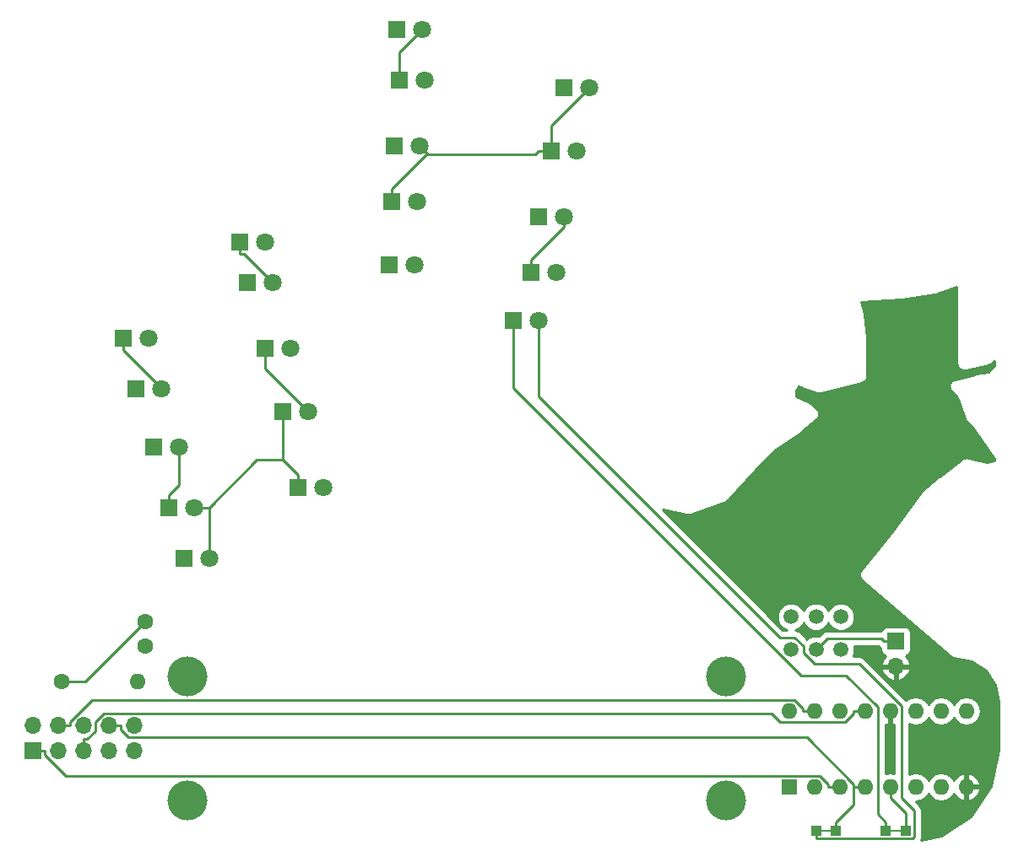
<source format=gbr>
G04 #@! TF.FileFunction,Copper,L1,Top,Signal*
%FSLAX46Y46*%
G04 Gerber Fmt 4.6, Leading zero omitted, Abs format (unit mm)*
G04 Created by KiCad (PCBNEW 4.0.6) date 11/09/17 18:30:30*
%MOMM*%
%LPD*%
G01*
G04 APERTURE LIST*
%ADD10C,0.100000*%
%ADD11C,4.000000*%
%ADD12R,1.800000X1.800000*%
%ADD13C,1.800000*%
%ADD14C,1.600000*%
%ADD15O,1.600000X1.600000*%
%ADD16C,1.500000*%
%ADD17R,1.600000X1.600000*%
%ADD18R,1.700000X1.700000*%
%ADD19O,1.700000X1.700000*%
%ADD20R,1.000000X1.000000*%
%ADD21R,1.000000X0.254000*%
%ADD22C,0.250000*%
%ADD23C,0.254000*%
G04 APERTURE END LIST*
D10*
D11*
X172000000Y-145000000D03*
X118000000Y-132500000D03*
X172000000Y-132500000D03*
D12*
X111506000Y-98552000D03*
D13*
X114046000Y-98552000D03*
D12*
X114554000Y-109474000D03*
D13*
X117094000Y-109474000D03*
D12*
X117602000Y-120650000D03*
D13*
X120142000Y-120650000D03*
D12*
X112776000Y-103632000D03*
D13*
X115316000Y-103632000D03*
D12*
X116078000Y-115570000D03*
D13*
X118618000Y-115570000D03*
D12*
X123190000Y-88900000D03*
D13*
X125730000Y-88900000D03*
D12*
X125730000Y-99568000D03*
D13*
X128270000Y-99568000D03*
D12*
X129032000Y-113538000D03*
D13*
X131572000Y-113538000D03*
D12*
X123952000Y-92964000D03*
D13*
X126492000Y-92964000D03*
D12*
X127508000Y-105918000D03*
D13*
X130048000Y-105918000D03*
D12*
X138938000Y-67564000D03*
D13*
X141478000Y-67564000D03*
D12*
X138684000Y-79248000D03*
D13*
X141224000Y-79248000D03*
D12*
X138176000Y-91186000D03*
D13*
X140716000Y-91186000D03*
D12*
X139192000Y-72644000D03*
D13*
X141732000Y-72644000D03*
D12*
X138430000Y-84836000D03*
D13*
X140970000Y-84836000D03*
D12*
X155702000Y-73406000D03*
D13*
X158242000Y-73406000D03*
D12*
X153162000Y-86360000D03*
D13*
X155702000Y-86360000D03*
D12*
X150622000Y-96774000D03*
D13*
X153162000Y-96774000D03*
D12*
X154432000Y-79756000D03*
D13*
X156972000Y-79756000D03*
D12*
X152400000Y-91948000D03*
D13*
X154940000Y-91948000D03*
D14*
X105380000Y-133000000D03*
D15*
X113000000Y-133000000D03*
D16*
X181000000Y-126550000D03*
X183500000Y-126550000D03*
X178500000Y-126550000D03*
X178500000Y-129850000D03*
X181000000Y-129850000D03*
X183500000Y-129850000D03*
D17*
X178300000Y-143620000D03*
D15*
X196080000Y-136000000D03*
X180840000Y-143620000D03*
X193540000Y-136000000D03*
X183380000Y-143620000D03*
X191000000Y-136000000D03*
X185920000Y-143620000D03*
X188460000Y-136000000D03*
X188460000Y-143620000D03*
X185920000Y-136000000D03*
X191000000Y-143620000D03*
X183380000Y-136000000D03*
X193540000Y-143620000D03*
X180840000Y-136000000D03*
X196080000Y-143620000D03*
X178300000Y-136000000D03*
D18*
X189000000Y-129000000D03*
D19*
X189000000Y-131540000D03*
D14*
X113750000Y-129500000D03*
X113750000Y-127000000D03*
D11*
X118000000Y-145000000D03*
D18*
X102460000Y-140000000D03*
D19*
X102460000Y-137460000D03*
X105000000Y-140000000D03*
X105000000Y-137460000D03*
X107540000Y-140000000D03*
X107540000Y-137460000D03*
X110080000Y-140000000D03*
X110080000Y-137460000D03*
X112620000Y-140000000D03*
X112620000Y-137460000D03*
D20*
X183000000Y-148000000D03*
X181000000Y-148000000D03*
D21*
X182000000Y-148000000D03*
D20*
X188000000Y-148000000D03*
X190000000Y-148000000D03*
D21*
X189000000Y-148000000D03*
D22*
X107750000Y-133000000D02*
X113750000Y-127000000D01*
X105380000Y-133000000D02*
X107750000Y-133000000D01*
X184795000Y-143339000D02*
X184795000Y-143620000D01*
X180091000Y-138635000D02*
X184795000Y-143339000D01*
X112063000Y-138635000D02*
X180091000Y-138635000D01*
X111255000Y-137827000D02*
X112063000Y-138635000D01*
X111255000Y-137460000D02*
X111255000Y-137827000D01*
X110080000Y-137460000D02*
X111255000Y-137460000D01*
X185920000Y-143620000D02*
X184795000Y-143620000D01*
X184795000Y-145380000D02*
X184795000Y-143620000D01*
X183000000Y-147175000D02*
X184795000Y-145380000D01*
X183000000Y-148000000D02*
X183000000Y-147175000D01*
X190000000Y-146285000D02*
X190000000Y-148000000D01*
X188460000Y-144745000D02*
X190000000Y-146285000D01*
X188460000Y-143620000D02*
X188460000Y-144745000D01*
X103635000Y-140000000D02*
X102460000Y-140000000D01*
X103635000Y-140367000D02*
X103635000Y-140000000D01*
X105763000Y-142495000D02*
X103635000Y-140367000D01*
X181411000Y-142495000D02*
X105763000Y-142495000D01*
X182255000Y-143339000D02*
X181411000Y-142495000D01*
X182255000Y-143620000D02*
X182255000Y-143339000D01*
X183380000Y-143620000D02*
X182255000Y-143620000D01*
X106175000Y-137460000D02*
X105000000Y-137460000D01*
X106175000Y-137093000D02*
X106175000Y-137460000D01*
X108393000Y-134875000D02*
X106175000Y-137093000D01*
X178871000Y-134875000D02*
X108393000Y-134875000D01*
X179715000Y-135719000D02*
X178871000Y-134875000D01*
X179715000Y-136000000D02*
X179715000Y-135719000D01*
X180840000Y-136000000D02*
X179715000Y-136000000D01*
X107540000Y-138825000D02*
X107540000Y-140000000D01*
X107907000Y-138825000D02*
X107540000Y-138825000D01*
X108715000Y-138017000D02*
X107907000Y-138825000D01*
X108715000Y-137143000D02*
X108715000Y-138017000D01*
X109585000Y-136273000D02*
X108715000Y-137143000D01*
X176536000Y-136273000D02*
X109585000Y-136273000D01*
X177388000Y-137125000D02*
X176536000Y-136273000D01*
X183951000Y-137125000D02*
X177388000Y-137125000D01*
X184795000Y-136281000D02*
X183951000Y-137125000D01*
X184795000Y-136000000D02*
X184795000Y-136281000D01*
X185920000Y-136000000D02*
X184795000Y-136000000D01*
X182150000Y-128700000D02*
X181000000Y-129850000D01*
X187525000Y-128700000D02*
X182150000Y-128700000D01*
X187825000Y-129000000D02*
X187525000Y-128700000D01*
X189000000Y-129000000D02*
X187825000Y-129000000D01*
X177367000Y-128623000D02*
X154178000Y-105434000D01*
X178852000Y-128623000D02*
X177367000Y-128623000D01*
X179750000Y-129521000D02*
X178852000Y-128623000D01*
X179750000Y-130123000D02*
X179750000Y-129521000D01*
X180905000Y-131278000D02*
X179750000Y-130123000D01*
X185329000Y-131278000D02*
X180905000Y-131278000D01*
X189585000Y-135534000D02*
X185329000Y-131278000D01*
X189585000Y-144749000D02*
X189585000Y-135534000D01*
X190866000Y-146029000D02*
X189585000Y-144749000D01*
X190866000Y-148639000D02*
X190866000Y-146029000D01*
X190679000Y-148825000D02*
X190866000Y-148639000D01*
X181000000Y-148825000D02*
X190679000Y-148825000D01*
X181000000Y-148000000D02*
X181000000Y-148825000D01*
X125730000Y-101600000D02*
X125730000Y-99568000D01*
X130048000Y-105918000D02*
X125730000Y-101600000D01*
X153162000Y-104418000D02*
X154178000Y-105434000D01*
X153162000Y-96774000D02*
X153162000Y-104418000D01*
X115316000Y-103587300D02*
X111506000Y-99777300D01*
X115316000Y-103632000D02*
X115316000Y-103587300D01*
X111506000Y-98552000D02*
X111506000Y-99777300D01*
X117094000Y-113328700D02*
X116078000Y-114344700D01*
X117094000Y-109474000D02*
X117094000Y-113328700D01*
X116078000Y-115570000D02*
X116078000Y-114344700D01*
X154432000Y-77216000D02*
X158242000Y-73406000D01*
X154432000Y-79756000D02*
X154432000Y-77216000D01*
X154432000Y-79756000D02*
X153206700Y-79756000D01*
X138430000Y-84836000D02*
X138430000Y-83610700D01*
X138430000Y-83610700D02*
X142008400Y-80032300D01*
X142103600Y-80127600D02*
X142008400Y-80032300D01*
X152835100Y-80127600D02*
X142103600Y-80127600D01*
X153206700Y-79756000D02*
X152835100Y-80127600D01*
X142008400Y-80032300D02*
X141224000Y-79248000D01*
X139192000Y-69850000D02*
X141478000Y-67564000D01*
X139192000Y-72644000D02*
X139192000Y-69850000D01*
X150622000Y-103548000D02*
X150622000Y-96774000D01*
X151638000Y-104564000D02*
X150622000Y-103548000D01*
X179499000Y-132426000D02*
X151638000Y-104564000D01*
X183996000Y-132426000D02*
X179499000Y-132426000D01*
X187190000Y-135620000D02*
X183996000Y-132426000D01*
X187190000Y-146365000D02*
X187190000Y-135620000D01*
X188000000Y-147175000D02*
X187190000Y-146365000D01*
X188000000Y-148000000D02*
X188000000Y-147175000D01*
X123653300Y-90125300D02*
X123190000Y-90125300D01*
X126492000Y-92964000D02*
X123653300Y-90125300D01*
X123190000Y-88900000D02*
X123190000Y-90125300D01*
X129032000Y-113538000D02*
X129032000Y-112312700D01*
X127508000Y-105918000D02*
X127508000Y-110788700D01*
X127508000Y-110788700D02*
X129032000Y-112312700D01*
X120142000Y-115570000D02*
X118618000Y-115570000D01*
X124923300Y-110788700D02*
X120142000Y-115570000D01*
X127508000Y-110788700D02*
X124923300Y-110788700D01*
X120142000Y-115570000D02*
X120142000Y-120650000D01*
X155702000Y-87420700D02*
X155702000Y-86360000D01*
X152400000Y-90722700D02*
X155702000Y-87420700D01*
X152400000Y-91948000D02*
X152400000Y-90722700D01*
D23*
G36*
X195124000Y-101092000D02*
X195139172Y-101168272D01*
X195140907Y-101246021D01*
X195165936Y-101302827D01*
X195178046Y-101363705D01*
X195221250Y-101428365D01*
X195252607Y-101499531D01*
X195297467Y-101542432D01*
X195331954Y-101594046D01*
X195396614Y-101637250D01*
X195452818Y-101691000D01*
X195510685Y-101713470D01*
X195562295Y-101747954D01*
X195638566Y-101763125D01*
X195711061Y-101791275D01*
X195773119Y-101789890D01*
X195834000Y-101802000D01*
X195910272Y-101786828D01*
X195988021Y-101785093D01*
X198274020Y-101277093D01*
X198284633Y-101272417D01*
X198296208Y-101271786D01*
X198411009Y-101216734D01*
X198527531Y-101165393D01*
X198535544Y-101157014D01*
X198546000Y-101152000D01*
X198934000Y-100861000D01*
X198934000Y-101305908D01*
X198286842Y-101953066D01*
X196987277Y-102169660D01*
X196960447Y-102179805D01*
X196931800Y-102181199D01*
X194899800Y-102689199D01*
X194852069Y-102711747D01*
X194800295Y-102722046D01*
X194727968Y-102770373D01*
X194649315Y-102807529D01*
X194613847Y-102846626D01*
X194569954Y-102875954D01*
X194521626Y-102948282D01*
X194463180Y-103012708D01*
X194445373Y-103062404D01*
X194416046Y-103106295D01*
X194399075Y-103191611D01*
X194369733Y-103273500D01*
X194372299Y-103326224D01*
X194362000Y-103378000D01*
X194378971Y-103463317D01*
X194383199Y-103550200D01*
X194405747Y-103597931D01*
X194416046Y-103649705D01*
X194464373Y-103722032D01*
X194501529Y-103800685D01*
X194540626Y-103836153D01*
X194569954Y-103880046D01*
X195213438Y-104523529D01*
X195922435Y-106650522D01*
X195935069Y-106672686D01*
X195940046Y-106697705D01*
X196003270Y-106792327D01*
X196059628Y-106891193D01*
X196079780Y-106906833D01*
X196093954Y-106928046D01*
X196810687Y-107644779D01*
X198934000Y-110711787D01*
X198934000Y-110873140D01*
X198137313Y-111032477D01*
X196260200Y-110563199D01*
X196217060Y-110561100D01*
X196176065Y-110547482D01*
X196079843Y-110554422D01*
X195983500Y-110549733D01*
X195942839Y-110564303D01*
X195899754Y-110567410D01*
X195813517Y-110610641D01*
X195722708Y-110643180D01*
X195690716Y-110672202D01*
X195652102Y-110691560D01*
X193366102Y-112469560D01*
X193354882Y-112482524D01*
X193339938Y-112490928D01*
X191561938Y-114014928D01*
X191511573Y-114079049D01*
X191451452Y-114134132D01*
X188667085Y-117930996D01*
X185502327Y-121855296D01*
X185443250Y-121968135D01*
X185380593Y-122079022D01*
X185379192Y-122090487D01*
X185373833Y-122100722D01*
X185362433Y-122227589D01*
X185346981Y-122354004D01*
X185350074Y-122365133D01*
X185349040Y-122376639D01*
X185387056Y-122498202D01*
X185421160Y-122620916D01*
X185428277Y-122630016D01*
X185431725Y-122641040D01*
X185513356Y-122738790D01*
X185591834Y-122839124D01*
X194536834Y-130538124D01*
X194574752Y-130559550D01*
X194605546Y-130590343D01*
X194694343Y-130627124D01*
X194778022Y-130674407D01*
X194821248Y-130679691D01*
X194861486Y-130696358D01*
X196636390Y-131049408D01*
X198023654Y-131976349D01*
X198950592Y-133363610D01*
X199290000Y-135069931D01*
X199290000Y-139930069D01*
X198569989Y-143549807D01*
X196559187Y-146559186D01*
X193549805Y-148569990D01*
X191542076Y-148969352D01*
X191567366Y-148931721D01*
X191567572Y-148930702D01*
X191568148Y-148929839D01*
X191596879Y-148785400D01*
X191625997Y-148641037D01*
X191625797Y-148640019D01*
X191626000Y-148639000D01*
X191626000Y-146029000D01*
X191625971Y-146028852D01*
X191626000Y-146028704D01*
X191596923Y-145882823D01*
X191568148Y-145738161D01*
X191568065Y-145738036D01*
X191568035Y-145737887D01*
X191484783Y-145613397D01*
X191403401Y-145491599D01*
X191403277Y-145491516D01*
X191403192Y-145491389D01*
X190993254Y-145081771D01*
X191000000Y-145083113D01*
X191549151Y-144973880D01*
X192014698Y-144662811D01*
X192270000Y-144280725D01*
X192525302Y-144662811D01*
X192990849Y-144973880D01*
X193540000Y-145083113D01*
X194089151Y-144973880D01*
X194554698Y-144662811D01*
X194824986Y-144258297D01*
X194927611Y-144475134D01*
X195342577Y-144851041D01*
X195730961Y-145011904D01*
X195953000Y-144889915D01*
X195953000Y-143747000D01*
X196207000Y-143747000D01*
X196207000Y-144889915D01*
X196429039Y-145011904D01*
X196817423Y-144851041D01*
X197232389Y-144475134D01*
X197471914Y-143969041D01*
X197350629Y-143747000D01*
X196207000Y-143747000D01*
X195953000Y-143747000D01*
X195933000Y-143747000D01*
X195933000Y-143493000D01*
X195953000Y-143493000D01*
X195953000Y-142350085D01*
X196207000Y-142350085D01*
X196207000Y-143493000D01*
X197350629Y-143493000D01*
X197471914Y-143270959D01*
X197232389Y-142764866D01*
X196817423Y-142388959D01*
X196429039Y-142228096D01*
X196207000Y-142350085D01*
X195953000Y-142350085D01*
X195730961Y-142228096D01*
X195342577Y-142388959D01*
X194927611Y-142764866D01*
X194824986Y-142981703D01*
X194554698Y-142577189D01*
X194089151Y-142266120D01*
X193540000Y-142156887D01*
X192990849Y-142266120D01*
X192525302Y-142577189D01*
X192270000Y-142959275D01*
X192014698Y-142577189D01*
X191549151Y-142266120D01*
X191000000Y-142156887D01*
X190450849Y-142266120D01*
X190345000Y-142336846D01*
X190345000Y-137283154D01*
X190450849Y-137353880D01*
X191000000Y-137463113D01*
X191549151Y-137353880D01*
X192014698Y-137042811D01*
X192270000Y-136660725D01*
X192525302Y-137042811D01*
X192990849Y-137353880D01*
X193540000Y-137463113D01*
X194089151Y-137353880D01*
X194554698Y-137042811D01*
X194810000Y-136660725D01*
X195065302Y-137042811D01*
X195530849Y-137353880D01*
X196080000Y-137463113D01*
X196629151Y-137353880D01*
X197094698Y-137042811D01*
X197405767Y-136577264D01*
X197515000Y-136028113D01*
X197515000Y-135971887D01*
X197405767Y-135422736D01*
X197094698Y-134957189D01*
X196629151Y-134646120D01*
X196080000Y-134536887D01*
X195530849Y-134646120D01*
X195065302Y-134957189D01*
X194810000Y-135339275D01*
X194554698Y-134957189D01*
X194089151Y-134646120D01*
X193540000Y-134536887D01*
X192990849Y-134646120D01*
X192525302Y-134957189D01*
X192270000Y-135339275D01*
X192014698Y-134957189D01*
X191549151Y-134646120D01*
X191000000Y-134536887D01*
X190450849Y-134646120D01*
X190043862Y-134918060D01*
X187022692Y-131896890D01*
X187558524Y-131896890D01*
X187728355Y-132306924D01*
X188118642Y-132735183D01*
X188643108Y-132981486D01*
X188873000Y-132860819D01*
X188873000Y-131667000D01*
X189127000Y-131667000D01*
X189127000Y-132860819D01*
X189356892Y-132981486D01*
X189881358Y-132735183D01*
X190271645Y-132306924D01*
X190441476Y-131896890D01*
X190320155Y-131667000D01*
X189127000Y-131667000D01*
X188873000Y-131667000D01*
X187679845Y-131667000D01*
X187558524Y-131896890D01*
X187022692Y-131896890D01*
X185866401Y-130740599D01*
X185619839Y-130575852D01*
X185329000Y-130518000D01*
X184722278Y-130518000D01*
X184884759Y-130126702D01*
X184885240Y-129575715D01*
X184837428Y-129460000D01*
X187210198Y-129460000D01*
X187287599Y-129537401D01*
X187502560Y-129681033D01*
X187502560Y-129850000D01*
X187546838Y-130085317D01*
X187685910Y-130301441D01*
X187898110Y-130446431D01*
X188006107Y-130468301D01*
X187728355Y-130773076D01*
X187558524Y-131183110D01*
X187679845Y-131413000D01*
X188873000Y-131413000D01*
X188873000Y-131393000D01*
X189127000Y-131393000D01*
X189127000Y-131413000D01*
X190320155Y-131413000D01*
X190441476Y-131183110D01*
X190271645Y-130773076D01*
X189995499Y-130470063D01*
X190085317Y-130453162D01*
X190301441Y-130314090D01*
X190446431Y-130101890D01*
X190497440Y-129850000D01*
X190497440Y-128150000D01*
X190453162Y-127914683D01*
X190314090Y-127698559D01*
X190101890Y-127553569D01*
X189850000Y-127502560D01*
X188150000Y-127502560D01*
X187914683Y-127546838D01*
X187698559Y-127685910D01*
X187553569Y-127898110D01*
X187544308Y-127943841D01*
X187525000Y-127940000D01*
X182150000Y-127940000D01*
X181859161Y-127997852D01*
X181612599Y-128162599D01*
X181300200Y-128474998D01*
X181276702Y-128465241D01*
X180725715Y-128464760D01*
X180216485Y-128675169D01*
X180097625Y-128793823D01*
X179389401Y-128085599D01*
X179142839Y-127920852D01*
X178917559Y-127876041D01*
X179283515Y-127724831D01*
X179673461Y-127335564D01*
X179749927Y-127151414D01*
X179825169Y-127333515D01*
X180214436Y-127723461D01*
X180723298Y-127934759D01*
X181274285Y-127935240D01*
X181783515Y-127724831D01*
X182173461Y-127335564D01*
X182249927Y-127151414D01*
X182325169Y-127333515D01*
X182714436Y-127723461D01*
X183223298Y-127934759D01*
X183774285Y-127935240D01*
X184283515Y-127724831D01*
X184673461Y-127335564D01*
X184884759Y-126826702D01*
X184885240Y-126275715D01*
X184674831Y-125766485D01*
X184285564Y-125376539D01*
X183776702Y-125165241D01*
X183225715Y-125164760D01*
X182716485Y-125375169D01*
X182326539Y-125764436D01*
X182250073Y-125948586D01*
X182174831Y-125766485D01*
X181785564Y-125376539D01*
X181276702Y-125165241D01*
X180725715Y-125164760D01*
X180216485Y-125375169D01*
X179826539Y-125764436D01*
X179750073Y-125948586D01*
X179674831Y-125766485D01*
X179285564Y-125376539D01*
X178776702Y-125165241D01*
X178225715Y-125164760D01*
X177716485Y-125375169D01*
X177326539Y-125764436D01*
X177115241Y-126273298D01*
X177114760Y-126824285D01*
X177325169Y-127333515D01*
X177714436Y-127723461D01*
X178050483Y-127863000D01*
X177681802Y-127863000D01*
X165604078Y-115785276D01*
X168008758Y-116266212D01*
X168061546Y-116266267D01*
X168112745Y-116279124D01*
X168198799Y-116266411D01*
X168285786Y-116266502D01*
X168334577Y-116246352D01*
X168386799Y-116238637D01*
X171942798Y-114968637D01*
X171971476Y-114951471D01*
X172003941Y-114943533D01*
X172089488Y-114880831D01*
X172180497Y-114826355D01*
X172200423Y-114799522D01*
X172227379Y-114779764D01*
X175010951Y-111743141D01*
X176988088Y-109766004D01*
X179477158Y-108023655D01*
X179498027Y-108001861D01*
X179524531Y-107987437D01*
X181048531Y-106717437D01*
X181068989Y-106692123D01*
X181096045Y-106674045D01*
X181155446Y-106585146D01*
X181222661Y-106501977D01*
X181231874Y-106470764D01*
X181249954Y-106443705D01*
X181270814Y-106338835D01*
X181301084Y-106236281D01*
X181297651Y-106203919D01*
X181304000Y-106172000D01*
X181283139Y-106067125D01*
X181271859Y-105960798D01*
X181256303Y-105932214D01*
X181249954Y-105900295D01*
X181190550Y-105811391D01*
X181139437Y-105717469D01*
X181114125Y-105697012D01*
X181096045Y-105669954D01*
X180588046Y-105161954D01*
X180476379Y-105087341D01*
X180365682Y-105011407D01*
X179018000Y-104433829D01*
X179018000Y-103828659D01*
X179295719Y-103365793D01*
X179438163Y-103460756D01*
X179525444Y-103496802D01*
X179607478Y-103543565D01*
X181131478Y-104051565D01*
X181193065Y-104059329D01*
X181251500Y-104080267D01*
X181329176Y-104076487D01*
X181406331Y-104086213D01*
X181466199Y-104069818D01*
X181528200Y-104066801D01*
X183560201Y-103558801D01*
X183560202Y-103558800D01*
X185592201Y-103050801D01*
X185639933Y-103028252D01*
X185691705Y-103017954D01*
X185764031Y-102969628D01*
X185842685Y-102932471D01*
X185878153Y-102893374D01*
X185922046Y-102864046D01*
X185970372Y-102791721D01*
X186028821Y-102727292D01*
X186046629Y-102677594D01*
X186075954Y-102633705D01*
X186092924Y-102548391D01*
X186122267Y-102466500D01*
X186119701Y-102413775D01*
X186130000Y-102362000D01*
X186130000Y-98552000D01*
X186122263Y-98513104D01*
X186125657Y-98473594D01*
X185871657Y-96187594D01*
X185857137Y-96141793D01*
X185854801Y-96093800D01*
X185558644Y-94909170D01*
X189523384Y-94688907D01*
X189557140Y-94680221D01*
X189591961Y-94681744D01*
X192893960Y-94173744D01*
X192950660Y-94153111D01*
X193010522Y-94145565D01*
X195124000Y-93441072D01*
X195124000Y-101092000D01*
X195124000Y-101092000D01*
G37*
X195124000Y-101092000D02*
X195139172Y-101168272D01*
X195140907Y-101246021D01*
X195165936Y-101302827D01*
X195178046Y-101363705D01*
X195221250Y-101428365D01*
X195252607Y-101499531D01*
X195297467Y-101542432D01*
X195331954Y-101594046D01*
X195396614Y-101637250D01*
X195452818Y-101691000D01*
X195510685Y-101713470D01*
X195562295Y-101747954D01*
X195638566Y-101763125D01*
X195711061Y-101791275D01*
X195773119Y-101789890D01*
X195834000Y-101802000D01*
X195910272Y-101786828D01*
X195988021Y-101785093D01*
X198274020Y-101277093D01*
X198284633Y-101272417D01*
X198296208Y-101271786D01*
X198411009Y-101216734D01*
X198527531Y-101165393D01*
X198535544Y-101157014D01*
X198546000Y-101152000D01*
X198934000Y-100861000D01*
X198934000Y-101305908D01*
X198286842Y-101953066D01*
X196987277Y-102169660D01*
X196960447Y-102179805D01*
X196931800Y-102181199D01*
X194899800Y-102689199D01*
X194852069Y-102711747D01*
X194800295Y-102722046D01*
X194727968Y-102770373D01*
X194649315Y-102807529D01*
X194613847Y-102846626D01*
X194569954Y-102875954D01*
X194521626Y-102948282D01*
X194463180Y-103012708D01*
X194445373Y-103062404D01*
X194416046Y-103106295D01*
X194399075Y-103191611D01*
X194369733Y-103273500D01*
X194372299Y-103326224D01*
X194362000Y-103378000D01*
X194378971Y-103463317D01*
X194383199Y-103550200D01*
X194405747Y-103597931D01*
X194416046Y-103649705D01*
X194464373Y-103722032D01*
X194501529Y-103800685D01*
X194540626Y-103836153D01*
X194569954Y-103880046D01*
X195213438Y-104523529D01*
X195922435Y-106650522D01*
X195935069Y-106672686D01*
X195940046Y-106697705D01*
X196003270Y-106792327D01*
X196059628Y-106891193D01*
X196079780Y-106906833D01*
X196093954Y-106928046D01*
X196810687Y-107644779D01*
X198934000Y-110711787D01*
X198934000Y-110873140D01*
X198137313Y-111032477D01*
X196260200Y-110563199D01*
X196217060Y-110561100D01*
X196176065Y-110547482D01*
X196079843Y-110554422D01*
X195983500Y-110549733D01*
X195942839Y-110564303D01*
X195899754Y-110567410D01*
X195813517Y-110610641D01*
X195722708Y-110643180D01*
X195690716Y-110672202D01*
X195652102Y-110691560D01*
X193366102Y-112469560D01*
X193354882Y-112482524D01*
X193339938Y-112490928D01*
X191561938Y-114014928D01*
X191511573Y-114079049D01*
X191451452Y-114134132D01*
X188667085Y-117930996D01*
X185502327Y-121855296D01*
X185443250Y-121968135D01*
X185380593Y-122079022D01*
X185379192Y-122090487D01*
X185373833Y-122100722D01*
X185362433Y-122227589D01*
X185346981Y-122354004D01*
X185350074Y-122365133D01*
X185349040Y-122376639D01*
X185387056Y-122498202D01*
X185421160Y-122620916D01*
X185428277Y-122630016D01*
X185431725Y-122641040D01*
X185513356Y-122738790D01*
X185591834Y-122839124D01*
X194536834Y-130538124D01*
X194574752Y-130559550D01*
X194605546Y-130590343D01*
X194694343Y-130627124D01*
X194778022Y-130674407D01*
X194821248Y-130679691D01*
X194861486Y-130696358D01*
X196636390Y-131049408D01*
X198023654Y-131976349D01*
X198950592Y-133363610D01*
X199290000Y-135069931D01*
X199290000Y-139930069D01*
X198569989Y-143549807D01*
X196559187Y-146559186D01*
X193549805Y-148569990D01*
X191542076Y-148969352D01*
X191567366Y-148931721D01*
X191567572Y-148930702D01*
X191568148Y-148929839D01*
X191596879Y-148785400D01*
X191625997Y-148641037D01*
X191625797Y-148640019D01*
X191626000Y-148639000D01*
X191626000Y-146029000D01*
X191625971Y-146028852D01*
X191626000Y-146028704D01*
X191596923Y-145882823D01*
X191568148Y-145738161D01*
X191568065Y-145738036D01*
X191568035Y-145737887D01*
X191484783Y-145613397D01*
X191403401Y-145491599D01*
X191403277Y-145491516D01*
X191403192Y-145491389D01*
X190993254Y-145081771D01*
X191000000Y-145083113D01*
X191549151Y-144973880D01*
X192014698Y-144662811D01*
X192270000Y-144280725D01*
X192525302Y-144662811D01*
X192990849Y-144973880D01*
X193540000Y-145083113D01*
X194089151Y-144973880D01*
X194554698Y-144662811D01*
X194824986Y-144258297D01*
X194927611Y-144475134D01*
X195342577Y-144851041D01*
X195730961Y-145011904D01*
X195953000Y-144889915D01*
X195953000Y-143747000D01*
X196207000Y-143747000D01*
X196207000Y-144889915D01*
X196429039Y-145011904D01*
X196817423Y-144851041D01*
X197232389Y-144475134D01*
X197471914Y-143969041D01*
X197350629Y-143747000D01*
X196207000Y-143747000D01*
X195953000Y-143747000D01*
X195933000Y-143747000D01*
X195933000Y-143493000D01*
X195953000Y-143493000D01*
X195953000Y-142350085D01*
X196207000Y-142350085D01*
X196207000Y-143493000D01*
X197350629Y-143493000D01*
X197471914Y-143270959D01*
X197232389Y-142764866D01*
X196817423Y-142388959D01*
X196429039Y-142228096D01*
X196207000Y-142350085D01*
X195953000Y-142350085D01*
X195730961Y-142228096D01*
X195342577Y-142388959D01*
X194927611Y-142764866D01*
X194824986Y-142981703D01*
X194554698Y-142577189D01*
X194089151Y-142266120D01*
X193540000Y-142156887D01*
X192990849Y-142266120D01*
X192525302Y-142577189D01*
X192270000Y-142959275D01*
X192014698Y-142577189D01*
X191549151Y-142266120D01*
X191000000Y-142156887D01*
X190450849Y-142266120D01*
X190345000Y-142336846D01*
X190345000Y-137283154D01*
X190450849Y-137353880D01*
X191000000Y-137463113D01*
X191549151Y-137353880D01*
X192014698Y-137042811D01*
X192270000Y-136660725D01*
X192525302Y-137042811D01*
X192990849Y-137353880D01*
X193540000Y-137463113D01*
X194089151Y-137353880D01*
X194554698Y-137042811D01*
X194810000Y-136660725D01*
X195065302Y-137042811D01*
X195530849Y-137353880D01*
X196080000Y-137463113D01*
X196629151Y-137353880D01*
X197094698Y-137042811D01*
X197405767Y-136577264D01*
X197515000Y-136028113D01*
X197515000Y-135971887D01*
X197405767Y-135422736D01*
X197094698Y-134957189D01*
X196629151Y-134646120D01*
X196080000Y-134536887D01*
X195530849Y-134646120D01*
X195065302Y-134957189D01*
X194810000Y-135339275D01*
X194554698Y-134957189D01*
X194089151Y-134646120D01*
X193540000Y-134536887D01*
X192990849Y-134646120D01*
X192525302Y-134957189D01*
X192270000Y-135339275D01*
X192014698Y-134957189D01*
X191549151Y-134646120D01*
X191000000Y-134536887D01*
X190450849Y-134646120D01*
X190043862Y-134918060D01*
X187022692Y-131896890D01*
X187558524Y-131896890D01*
X187728355Y-132306924D01*
X188118642Y-132735183D01*
X188643108Y-132981486D01*
X188873000Y-132860819D01*
X188873000Y-131667000D01*
X189127000Y-131667000D01*
X189127000Y-132860819D01*
X189356892Y-132981486D01*
X189881358Y-132735183D01*
X190271645Y-132306924D01*
X190441476Y-131896890D01*
X190320155Y-131667000D01*
X189127000Y-131667000D01*
X188873000Y-131667000D01*
X187679845Y-131667000D01*
X187558524Y-131896890D01*
X187022692Y-131896890D01*
X185866401Y-130740599D01*
X185619839Y-130575852D01*
X185329000Y-130518000D01*
X184722278Y-130518000D01*
X184884759Y-130126702D01*
X184885240Y-129575715D01*
X184837428Y-129460000D01*
X187210198Y-129460000D01*
X187287599Y-129537401D01*
X187502560Y-129681033D01*
X187502560Y-129850000D01*
X187546838Y-130085317D01*
X187685910Y-130301441D01*
X187898110Y-130446431D01*
X188006107Y-130468301D01*
X187728355Y-130773076D01*
X187558524Y-131183110D01*
X187679845Y-131413000D01*
X188873000Y-131413000D01*
X188873000Y-131393000D01*
X189127000Y-131393000D01*
X189127000Y-131413000D01*
X190320155Y-131413000D01*
X190441476Y-131183110D01*
X190271645Y-130773076D01*
X189995499Y-130470063D01*
X190085317Y-130453162D01*
X190301441Y-130314090D01*
X190446431Y-130101890D01*
X190497440Y-129850000D01*
X190497440Y-128150000D01*
X190453162Y-127914683D01*
X190314090Y-127698559D01*
X190101890Y-127553569D01*
X189850000Y-127502560D01*
X188150000Y-127502560D01*
X187914683Y-127546838D01*
X187698559Y-127685910D01*
X187553569Y-127898110D01*
X187544308Y-127943841D01*
X187525000Y-127940000D01*
X182150000Y-127940000D01*
X181859161Y-127997852D01*
X181612599Y-128162599D01*
X181300200Y-128474998D01*
X181276702Y-128465241D01*
X180725715Y-128464760D01*
X180216485Y-128675169D01*
X180097625Y-128793823D01*
X179389401Y-128085599D01*
X179142839Y-127920852D01*
X178917559Y-127876041D01*
X179283515Y-127724831D01*
X179673461Y-127335564D01*
X179749927Y-127151414D01*
X179825169Y-127333515D01*
X180214436Y-127723461D01*
X180723298Y-127934759D01*
X181274285Y-127935240D01*
X181783515Y-127724831D01*
X182173461Y-127335564D01*
X182249927Y-127151414D01*
X182325169Y-127333515D01*
X182714436Y-127723461D01*
X183223298Y-127934759D01*
X183774285Y-127935240D01*
X184283515Y-127724831D01*
X184673461Y-127335564D01*
X184884759Y-126826702D01*
X184885240Y-126275715D01*
X184674831Y-125766485D01*
X184285564Y-125376539D01*
X183776702Y-125165241D01*
X183225715Y-125164760D01*
X182716485Y-125375169D01*
X182326539Y-125764436D01*
X182250073Y-125948586D01*
X182174831Y-125766485D01*
X181785564Y-125376539D01*
X181276702Y-125165241D01*
X180725715Y-125164760D01*
X180216485Y-125375169D01*
X179826539Y-125764436D01*
X179750073Y-125948586D01*
X179674831Y-125766485D01*
X179285564Y-125376539D01*
X178776702Y-125165241D01*
X178225715Y-125164760D01*
X177716485Y-125375169D01*
X177326539Y-125764436D01*
X177115241Y-126273298D01*
X177114760Y-126824285D01*
X177325169Y-127333515D01*
X177714436Y-127723461D01*
X178050483Y-127863000D01*
X177681802Y-127863000D01*
X165604078Y-115785276D01*
X168008758Y-116266212D01*
X168061546Y-116266267D01*
X168112745Y-116279124D01*
X168198799Y-116266411D01*
X168285786Y-116266502D01*
X168334577Y-116246352D01*
X168386799Y-116238637D01*
X171942798Y-114968637D01*
X171971476Y-114951471D01*
X172003941Y-114943533D01*
X172089488Y-114880831D01*
X172180497Y-114826355D01*
X172200423Y-114799522D01*
X172227379Y-114779764D01*
X175010951Y-111743141D01*
X176988088Y-109766004D01*
X179477158Y-108023655D01*
X179498027Y-108001861D01*
X179524531Y-107987437D01*
X181048531Y-106717437D01*
X181068989Y-106692123D01*
X181096045Y-106674045D01*
X181155446Y-106585146D01*
X181222661Y-106501977D01*
X181231874Y-106470764D01*
X181249954Y-106443705D01*
X181270814Y-106338835D01*
X181301084Y-106236281D01*
X181297651Y-106203919D01*
X181304000Y-106172000D01*
X181283139Y-106067125D01*
X181271859Y-105960798D01*
X181256303Y-105932214D01*
X181249954Y-105900295D01*
X181190550Y-105811391D01*
X181139437Y-105717469D01*
X181114125Y-105697012D01*
X181096045Y-105669954D01*
X180588046Y-105161954D01*
X180476379Y-105087341D01*
X180365682Y-105011407D01*
X179018000Y-104433829D01*
X179018000Y-103828659D01*
X179295719Y-103365793D01*
X179438163Y-103460756D01*
X179525444Y-103496802D01*
X179607478Y-103543565D01*
X181131478Y-104051565D01*
X181193065Y-104059329D01*
X181251500Y-104080267D01*
X181329176Y-104076487D01*
X181406331Y-104086213D01*
X181466199Y-104069818D01*
X181528200Y-104066801D01*
X183560201Y-103558801D01*
X183560202Y-103558800D01*
X185592201Y-103050801D01*
X185639933Y-103028252D01*
X185691705Y-103017954D01*
X185764031Y-102969628D01*
X185842685Y-102932471D01*
X185878153Y-102893374D01*
X185922046Y-102864046D01*
X185970372Y-102791721D01*
X186028821Y-102727292D01*
X186046629Y-102677594D01*
X186075954Y-102633705D01*
X186092924Y-102548391D01*
X186122267Y-102466500D01*
X186119701Y-102413775D01*
X186130000Y-102362000D01*
X186130000Y-98552000D01*
X186122263Y-98513104D01*
X186125657Y-98473594D01*
X185871657Y-96187594D01*
X185857137Y-96141793D01*
X185854801Y-96093800D01*
X185558644Y-94909170D01*
X189523384Y-94688907D01*
X189557140Y-94680221D01*
X189591961Y-94681744D01*
X192893960Y-94173744D01*
X192950660Y-94153111D01*
X193010522Y-94145565D01*
X195124000Y-93441072D01*
X195124000Y-101092000D01*
G36*
X188587000Y-135873000D02*
X188607000Y-135873000D01*
X188607000Y-136127000D01*
X188587000Y-136127000D01*
X188587000Y-137269915D01*
X188809039Y-137391904D01*
X188825000Y-137385293D01*
X188825000Y-142229490D01*
X188460000Y-142156887D01*
X187950000Y-142258332D01*
X187950000Y-137325236D01*
X188110961Y-137391904D01*
X188333000Y-137269915D01*
X188333000Y-136127000D01*
X188313000Y-136127000D01*
X188313000Y-135873000D01*
X188333000Y-135873000D01*
X188333000Y-135853000D01*
X188587000Y-135853000D01*
X188587000Y-135873000D01*
X188587000Y-135873000D01*
G37*
X188587000Y-135873000D02*
X188607000Y-135873000D01*
X188607000Y-136127000D01*
X188587000Y-136127000D01*
X188587000Y-137269915D01*
X188809039Y-137391904D01*
X188825000Y-137385293D01*
X188825000Y-142229490D01*
X188460000Y-142156887D01*
X187950000Y-142258332D01*
X187950000Y-137325236D01*
X188110961Y-137391904D01*
X188333000Y-137269915D01*
X188333000Y-136127000D01*
X188313000Y-136127000D01*
X188313000Y-135873000D01*
X188333000Y-135873000D01*
X188333000Y-135853000D01*
X188587000Y-135853000D01*
X188587000Y-135873000D01*
M02*

</source>
